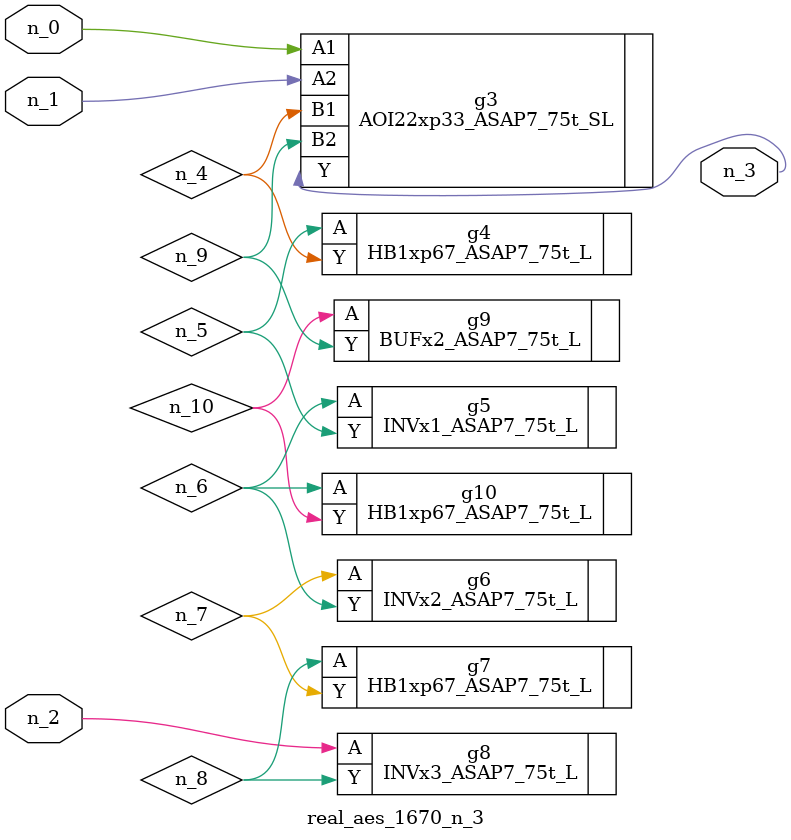
<source format=v>
module real_aes_1670_n_3 (n_0, n_2, n_1, n_3);
input n_0;
input n_2;
input n_1;
output n_3;
wire n_4;
wire n_5;
wire n_7;
wire n_9;
wire n_6;
wire n_8;
wire n_10;
AOI22xp33_ASAP7_75t_SL g3 ( .A1(n_0), .A2(n_1), .B1(n_4), .B2(n_9), .Y(n_3) );
INVx3_ASAP7_75t_L g8 ( .A(n_2), .Y(n_8) );
HB1xp67_ASAP7_75t_L g4 ( .A(n_5), .Y(n_4) );
INVx1_ASAP7_75t_L g5 ( .A(n_6), .Y(n_5) );
HB1xp67_ASAP7_75t_L g10 ( .A(n_6), .Y(n_10) );
INVx2_ASAP7_75t_L g6 ( .A(n_7), .Y(n_6) );
HB1xp67_ASAP7_75t_L g7 ( .A(n_8), .Y(n_7) );
BUFx2_ASAP7_75t_L g9 ( .A(n_10), .Y(n_9) );
endmodule
</source>
